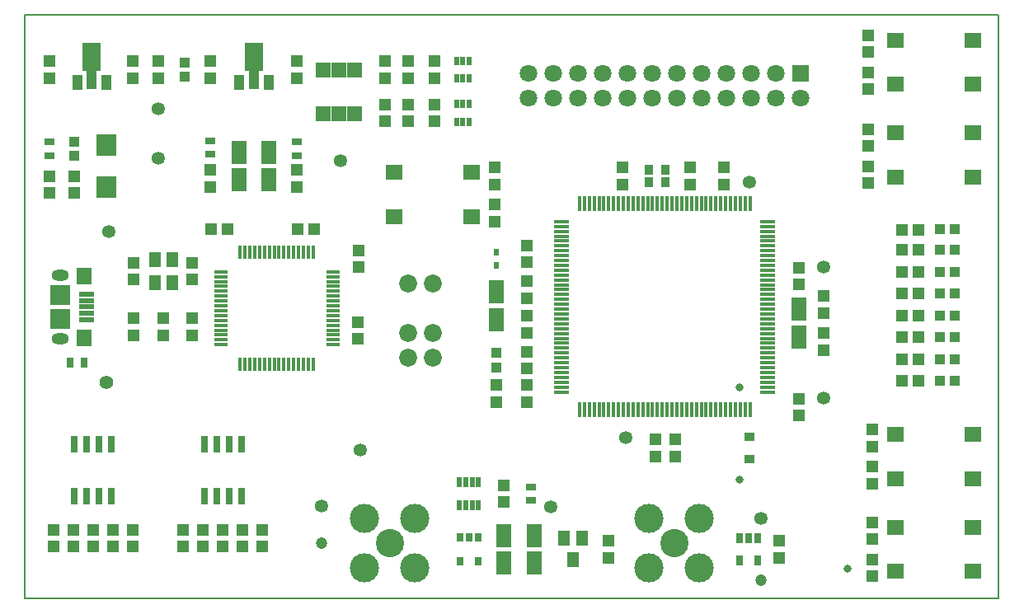
<source format=gts>
G04 Layer_Color=8388736*
%FSLAX44Y44*%
%MOMM*%
G71*
G01*
G75*
%ADD46C,0.1270*%
%ADD62R,0.8032X1.0032*%
%ADD63C,1.3532*%
%ADD64R,0.6032X1.1032*%
%ADD65R,1.2032X1.3032*%
%ADD66R,1.5532X2.4032*%
%ADD67R,0.7032X0.9032*%
%ADD68R,1.2032X1.6032*%
%ADD69R,1.0332X0.8332*%
%ADD70R,0.4232X1.4032*%
%ADD71R,1.4032X0.4232*%
%ADD72R,1.3032X1.2032*%
%ADD73R,0.9032X1.0032*%
%ADD74R,1.1032X1.5032*%
%ADD75R,1.1032X2.1032*%
%ADD76R,1.9032X2.9032*%
%ADD77R,0.8032X1.8032*%
%ADD78R,1.0032X0.8032*%
%ADD79R,1.0032X1.0032*%
%ADD80R,2.0032X2.3032*%
%ADD81R,1.0032X1.0032*%
%ADD82R,1.5532X0.6032*%
%ADD83R,1.6032X1.8032*%
%ADD84R,2.1032X2.1032*%
%ADD85R,1.3032X1.5032*%
%ADD86R,1.7532X1.5032*%
%ADD87R,0.5032X0.8632*%
%ADD88R,0.6032X0.6832*%
%ADD89R,1.6032X0.4532*%
%ADD90R,0.4532X1.6032*%
%ADD91R,1.5032X1.5032*%
%ADD92R,0.7032X1.1032*%
%ADD93C,1.4032*%
%ADD94C,1.8432*%
%ADD95C,1.2032*%
%ADD96O,1.8032X1.1032*%
%ADD97C,1.8034*%
%ADD98R,1.8034X1.8034*%
%ADD99C,3.0032*%
%ADD100C,2.9032*%
%ADD101C,0.8032*%
D46*
X0Y0D02*
X1000000D01*
Y600000D01*
X0D02*
X1000000D01*
X0Y0D02*
Y600000D01*
D62*
X46340Y242570D02*
D03*
X60340D02*
D03*
D63*
X617220Y165100D02*
D03*
X344170Y152400D02*
D03*
X137160Y502920D02*
D03*
Y452120D02*
D03*
X539750Y93980D02*
D03*
X304800Y95250D02*
D03*
X323850Y449580D02*
D03*
X85926Y377190D02*
D03*
X744220Y427990D02*
D03*
X820420Y340360D02*
D03*
Y205740D02*
D03*
X755650Y82550D02*
D03*
D64*
X465680Y95950D02*
D03*
X459180D02*
D03*
X452680D02*
D03*
X446180D02*
D03*
Y119950D02*
D03*
X452680D02*
D03*
X459180D02*
D03*
X465680D02*
D03*
D65*
X491490Y116450D02*
D03*
Y99450D02*
D03*
X599440Y59300D02*
D03*
Y42300D02*
D03*
X243840Y53730D02*
D03*
Y70730D02*
D03*
X162560Y70730D02*
D03*
Y53730D02*
D03*
X223520Y70730D02*
D03*
Y53730D02*
D03*
X203200Y53730D02*
D03*
Y70730D02*
D03*
X515620Y236610D02*
D03*
Y253610D02*
D03*
X717550Y442840D02*
D03*
Y425840D02*
D03*
X820420Y255660D02*
D03*
Y272660D02*
D03*
Y293760D02*
D03*
Y310760D02*
D03*
X515469Y290440D02*
D03*
Y273440D02*
D03*
X515620Y309000D02*
D03*
Y326000D02*
D03*
Y219320D02*
D03*
Y202320D02*
D03*
X647700Y146440D02*
D03*
Y163440D02*
D03*
X795020Y339970D02*
D03*
Y322970D02*
D03*
X137160Y535060D02*
D03*
Y552060D02*
D03*
X50800Y416950D02*
D03*
Y433950D02*
D03*
X869950Y118500D02*
D03*
Y135500D02*
D03*
X90170Y53730D02*
D03*
Y70730D02*
D03*
X110490Y53730D02*
D03*
Y70730D02*
D03*
X49530Y70730D02*
D03*
Y53730D02*
D03*
X29210Y53730D02*
D03*
Y70730D02*
D03*
X141605Y287900D02*
D03*
Y270900D02*
D03*
X111760D02*
D03*
Y287900D02*
D03*
X25400Y552060D02*
D03*
Y535060D02*
D03*
X279400Y535060D02*
D03*
Y552060D02*
D03*
X190500Y535060D02*
D03*
Y552060D02*
D03*
X110490Y535060D02*
D03*
Y552060D02*
D03*
X25400Y416950D02*
D03*
Y433950D02*
D03*
X866140Y482210D02*
D03*
Y465210D02*
D03*
X69850Y53730D02*
D03*
Y70730D02*
D03*
X171450Y345050D02*
D03*
Y328050D02*
D03*
X111760Y345050D02*
D03*
Y328050D02*
D03*
X342900Y357750D02*
D03*
Y340750D02*
D03*
X279400Y440300D02*
D03*
Y423300D02*
D03*
X190500Y440300D02*
D03*
Y423300D02*
D03*
X341630Y284090D02*
D03*
Y267090D02*
D03*
X171450Y270900D02*
D03*
Y287900D02*
D03*
X795020Y205350D02*
D03*
Y188350D02*
D03*
X668020Y163440D02*
D03*
Y146440D02*
D03*
X515620Y362830D02*
D03*
Y345830D02*
D03*
X613410Y425840D02*
D03*
Y442840D02*
D03*
X369570Y490610D02*
D03*
Y507610D02*
D03*
X393700Y507610D02*
D03*
Y490610D02*
D03*
X420370Y507610D02*
D03*
Y490610D02*
D03*
Y552060D02*
D03*
Y535060D02*
D03*
X369570Y552060D02*
D03*
Y535060D02*
D03*
X393700Y552060D02*
D03*
Y535060D02*
D03*
X869950Y23250D02*
D03*
Y40250D02*
D03*
Y78350D02*
D03*
Y61350D02*
D03*
Y173600D02*
D03*
Y156600D02*
D03*
X866140Y578730D02*
D03*
Y561730D02*
D03*
Y523630D02*
D03*
Y540630D02*
D03*
Y427110D02*
D03*
Y444110D02*
D03*
X483870Y202320D02*
D03*
Y219320D02*
D03*
X482600Y442840D02*
D03*
Y425840D02*
D03*
X182880Y53730D02*
D03*
Y70730D02*
D03*
X482600Y404740D02*
D03*
Y387740D02*
D03*
X683260Y425840D02*
D03*
Y442840D02*
D03*
X774700Y59300D02*
D03*
Y42300D02*
D03*
D66*
X491440Y64900D02*
D03*
X491540Y36700D02*
D03*
X523190Y64900D02*
D03*
X523290Y36700D02*
D03*
X794931Y297310D02*
D03*
X795031Y269110D02*
D03*
X483820Y315090D02*
D03*
X483920Y286890D02*
D03*
X250140Y458600D02*
D03*
X250240Y430400D02*
D03*
X219660Y458600D02*
D03*
X219760Y430400D02*
D03*
D67*
X465430Y63050D02*
D03*
X455930D02*
D03*
X446430D02*
D03*
Y38550D02*
D03*
X465430D02*
D03*
D68*
X572110Y61800D02*
D03*
X553110D02*
D03*
X562610Y39800D02*
D03*
D69*
X744220Y143790D02*
D03*
Y166090D02*
D03*
D70*
X275844Y355950D02*
D03*
X220844D02*
D03*
X225844D02*
D03*
X230844D02*
D03*
X235844D02*
D03*
X240844D02*
D03*
X245844D02*
D03*
X250844D02*
D03*
X255844D02*
D03*
X260844D02*
D03*
X265844D02*
D03*
X270844D02*
D03*
X280844D02*
D03*
X285844D02*
D03*
X290844D02*
D03*
X295844D02*
D03*
Y240950D02*
D03*
X290844D02*
D03*
X285844D02*
D03*
X280844D02*
D03*
X275844D02*
D03*
X270844D02*
D03*
X265844D02*
D03*
X260844D02*
D03*
X255844D02*
D03*
X250844D02*
D03*
X245844D02*
D03*
X240844D02*
D03*
X235844D02*
D03*
X230844D02*
D03*
X225844D02*
D03*
X220844D02*
D03*
D71*
X316343Y335950D02*
D03*
Y330950D02*
D03*
Y325950D02*
D03*
Y320950D02*
D03*
Y315950D02*
D03*
Y310950D02*
D03*
Y305950D02*
D03*
Y300950D02*
D03*
Y295950D02*
D03*
Y290950D02*
D03*
Y285950D02*
D03*
Y280950D02*
D03*
Y275950D02*
D03*
Y270950D02*
D03*
Y265950D02*
D03*
Y260950D02*
D03*
X201343D02*
D03*
Y265950D02*
D03*
Y270950D02*
D03*
Y275950D02*
D03*
Y280950D02*
D03*
Y285950D02*
D03*
Y290950D02*
D03*
Y295950D02*
D03*
Y300950D02*
D03*
Y305950D02*
D03*
Y310950D02*
D03*
Y315950D02*
D03*
Y320950D02*
D03*
Y325950D02*
D03*
Y330950D02*
D03*
Y335950D02*
D03*
D72*
X917820Y378558D02*
D03*
X900820D02*
D03*
X917820Y358503D02*
D03*
X900820D02*
D03*
X917820Y336006D02*
D03*
X900820D02*
D03*
X917820Y313508D02*
D03*
X900820D02*
D03*
X917820Y291011D02*
D03*
X900820D02*
D03*
X917820Y268514D02*
D03*
X900820D02*
D03*
X917820Y246017D02*
D03*
X900820D02*
D03*
X917820Y223520D02*
D03*
X900820D02*
D03*
X296790Y379730D02*
D03*
X279790D02*
D03*
X207890D02*
D03*
X190890D02*
D03*
D73*
X657220Y428090D02*
D03*
X640720D02*
D03*
Y440590D02*
D03*
X657220D02*
D03*
D74*
X53580Y530560D02*
D03*
X83580D02*
D03*
X219950D02*
D03*
X249950D02*
D03*
D75*
X68580Y533560D02*
D03*
X234950D02*
D03*
D76*
X68580Y556560D02*
D03*
X234950D02*
D03*
D77*
X88900Y159080D02*
D03*
X76200D02*
D03*
X63500D02*
D03*
X50800D02*
D03*
Y105080D02*
D03*
X63500D02*
D03*
X76200D02*
D03*
X88900D02*
D03*
X222250Y159080D02*
D03*
X209550D02*
D03*
X196850D02*
D03*
X184150D02*
D03*
Y105080D02*
D03*
X196850D02*
D03*
X209550D02*
D03*
X222250D02*
D03*
D78*
X519430Y100950D02*
D03*
Y114950D02*
D03*
X25400Y469280D02*
D03*
Y455280D02*
D03*
X190500Y456550D02*
D03*
Y470550D02*
D03*
X279400Y455280D02*
D03*
Y469280D02*
D03*
D79*
X163830Y551060D02*
D03*
Y536060D02*
D03*
X50800Y454780D02*
D03*
Y469780D02*
D03*
X483870Y237610D02*
D03*
Y252610D02*
D03*
D80*
X83820Y422500D02*
D03*
Y466500D02*
D03*
D81*
X939920Y379857D02*
D03*
X954920D02*
D03*
X939920Y358503D02*
D03*
X954920D02*
D03*
X939920Y336006D02*
D03*
X954920D02*
D03*
X939920Y313508D02*
D03*
X954920D02*
D03*
X939920Y291011D02*
D03*
X954920D02*
D03*
X939920Y268514D02*
D03*
X954920D02*
D03*
X939920Y246017D02*
D03*
X954920D02*
D03*
X939920Y223520D02*
D03*
X954920D02*
D03*
D82*
X62905Y312720D02*
D03*
Y306220D02*
D03*
Y299720D02*
D03*
Y293220D02*
D03*
Y286720D02*
D03*
D83*
X60655Y331720D02*
D03*
Y267720D02*
D03*
D84*
X36155Y311720D02*
D03*
Y287720D02*
D03*
D85*
X133240Y348050D02*
D03*
Y325050D02*
D03*
X151240D02*
D03*
Y348050D02*
D03*
D86*
X893700Y73300D02*
D03*
X973200D02*
D03*
X893700Y28300D02*
D03*
X973200D02*
D03*
X893700Y168550D02*
D03*
X973200D02*
D03*
X893700Y123550D02*
D03*
X973200D02*
D03*
X893700Y478430D02*
D03*
X973200D02*
D03*
X893700Y433430D02*
D03*
X973200D02*
D03*
X893700Y573680D02*
D03*
X973200D02*
D03*
X893700Y528680D02*
D03*
X973200D02*
D03*
X458850Y392790D02*
D03*
X379350D02*
D03*
X458850Y437790D02*
D03*
X379350D02*
D03*
D87*
X456080Y508310D02*
D03*
X449580D02*
D03*
X443080D02*
D03*
Y489910D02*
D03*
X449580D02*
D03*
X456080D02*
D03*
Y552760D02*
D03*
X449580D02*
D03*
X443080D02*
D03*
Y534360D02*
D03*
X449580D02*
D03*
X456080D02*
D03*
D88*
X483870Y355850D02*
D03*
Y342650D02*
D03*
D89*
X762959Y387500D02*
D03*
Y382500D02*
D03*
Y377500D02*
D03*
Y372500D02*
D03*
Y367500D02*
D03*
Y362500D02*
D03*
Y357500D02*
D03*
Y352500D02*
D03*
Y347500D02*
D03*
Y342500D02*
D03*
Y337500D02*
D03*
Y332500D02*
D03*
Y327500D02*
D03*
Y322500D02*
D03*
Y317500D02*
D03*
Y312500D02*
D03*
Y307500D02*
D03*
Y302500D02*
D03*
Y297500D02*
D03*
Y292500D02*
D03*
Y287500D02*
D03*
Y282500D02*
D03*
Y277500D02*
D03*
Y272500D02*
D03*
Y267500D02*
D03*
Y262500D02*
D03*
Y257500D02*
D03*
Y252500D02*
D03*
Y247500D02*
D03*
Y242500D02*
D03*
Y237500D02*
D03*
Y232500D02*
D03*
Y227500D02*
D03*
Y222500D02*
D03*
Y217500D02*
D03*
Y212500D02*
D03*
X550959D02*
D03*
Y217500D02*
D03*
Y222500D02*
D03*
Y227500D02*
D03*
Y232500D02*
D03*
Y237500D02*
D03*
Y242500D02*
D03*
Y247500D02*
D03*
Y252500D02*
D03*
Y257500D02*
D03*
Y262500D02*
D03*
Y267500D02*
D03*
Y272500D02*
D03*
Y277500D02*
D03*
Y282500D02*
D03*
Y287500D02*
D03*
Y292500D02*
D03*
Y297500D02*
D03*
Y302500D02*
D03*
Y307500D02*
D03*
Y312500D02*
D03*
Y317500D02*
D03*
Y322500D02*
D03*
Y327500D02*
D03*
Y332500D02*
D03*
Y337500D02*
D03*
Y342500D02*
D03*
Y347500D02*
D03*
Y352500D02*
D03*
Y357500D02*
D03*
Y362500D02*
D03*
Y367500D02*
D03*
Y372500D02*
D03*
Y377500D02*
D03*
Y382500D02*
D03*
Y387500D02*
D03*
D90*
X744458Y194000D02*
D03*
X739458D02*
D03*
X734458D02*
D03*
X729458D02*
D03*
X724458D02*
D03*
X719458D02*
D03*
X714458D02*
D03*
X709458D02*
D03*
X704458D02*
D03*
X699458D02*
D03*
X694458D02*
D03*
X689458D02*
D03*
X684458D02*
D03*
X679458D02*
D03*
X674458D02*
D03*
X669458D02*
D03*
X664458D02*
D03*
X659458D02*
D03*
X654458D02*
D03*
X649458D02*
D03*
X644458D02*
D03*
X639459D02*
D03*
X634459D02*
D03*
X629459D02*
D03*
X624459D02*
D03*
X619459D02*
D03*
X614459D02*
D03*
X609459D02*
D03*
X604459D02*
D03*
X599459D02*
D03*
X594459D02*
D03*
X589459D02*
D03*
X584459D02*
D03*
X579459D02*
D03*
X574459D02*
D03*
X569459D02*
D03*
Y406000D02*
D03*
X574459D02*
D03*
X579459D02*
D03*
X584459D02*
D03*
X589459D02*
D03*
X594459D02*
D03*
X599459D02*
D03*
X604459D02*
D03*
X609459D02*
D03*
X614459D02*
D03*
X619459D02*
D03*
X624459D02*
D03*
X629459D02*
D03*
X634459D02*
D03*
X639459D02*
D03*
X644458D02*
D03*
X649458D02*
D03*
X654458D02*
D03*
X659458D02*
D03*
X664458D02*
D03*
X669458D02*
D03*
X674458D02*
D03*
X679458D02*
D03*
X684458D02*
D03*
X689458D02*
D03*
X694458D02*
D03*
X699458D02*
D03*
X704458D02*
D03*
X709458D02*
D03*
X714458D02*
D03*
X719458D02*
D03*
X724458D02*
D03*
X729458D02*
D03*
X734458D02*
D03*
X739458D02*
D03*
X744458D02*
D03*
D91*
X338580Y543200D02*
D03*
X322580D02*
D03*
X306580D02*
D03*
Y498200D02*
D03*
X322580D02*
D03*
X338580D02*
D03*
D92*
X752450Y39300D02*
D03*
X733450D02*
D03*
Y62300D02*
D03*
X742950D02*
D03*
X752450D02*
D03*
D93*
X83820Y222250D02*
D03*
D94*
X393700Y273050D02*
D03*
X419100D02*
D03*
Y247650D02*
D03*
X393700D02*
D03*
X419100Y323850D02*
D03*
X393700D02*
D03*
D95*
X304800Y57150D02*
D03*
X755650Y19050D02*
D03*
D96*
X36155Y332720D02*
D03*
Y266720D02*
D03*
D97*
X542290Y539750D02*
D03*
Y514350D02*
D03*
X516890Y539750D02*
D03*
Y514350D02*
D03*
X796290D02*
D03*
X770890Y539750D02*
D03*
Y514350D02*
D03*
X745490Y539750D02*
D03*
Y514350D02*
D03*
X720090Y539750D02*
D03*
Y514350D02*
D03*
X694690Y539750D02*
D03*
Y514350D02*
D03*
X669290Y539750D02*
D03*
Y514350D02*
D03*
X643890Y539750D02*
D03*
Y514350D02*
D03*
X618490Y539750D02*
D03*
Y514350D02*
D03*
X593090Y539750D02*
D03*
Y514350D02*
D03*
X567690Y539750D02*
D03*
Y514350D02*
D03*
D98*
X796290Y539750D02*
D03*
D99*
X400400Y82900D02*
D03*
X348900D02*
D03*
X400400Y31400D02*
D03*
X348900D02*
D03*
X692500Y82900D02*
D03*
X641000D02*
D03*
X692500Y31400D02*
D03*
X641000D02*
D03*
D100*
X374650Y57150D02*
D03*
X666750D02*
D03*
D101*
X734060Y121920D02*
D03*
Y217170D02*
D03*
X844550Y30480D02*
D03*
M02*

</source>
